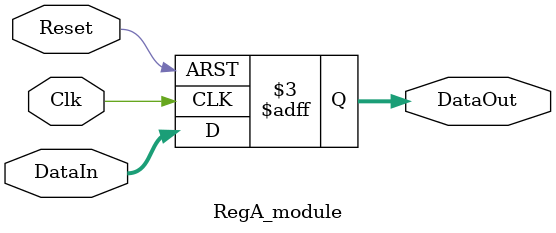
<source format=v>
module RegA_module (
    input[7:0] DataIn, input Clk, Reset,
    output reg[7:0] DataOut
);
    initial begin
        DataOut[7:0] = 8'b0;
    end

    always @(posedge Clk or posedge Reset) begin
        if (Reset) begin
            DataOut[7:0] = 8'b0;
        end
        else begin
            DataOut[7:0] = DataIn[7:0];
        end
    end
endmodule

</source>
